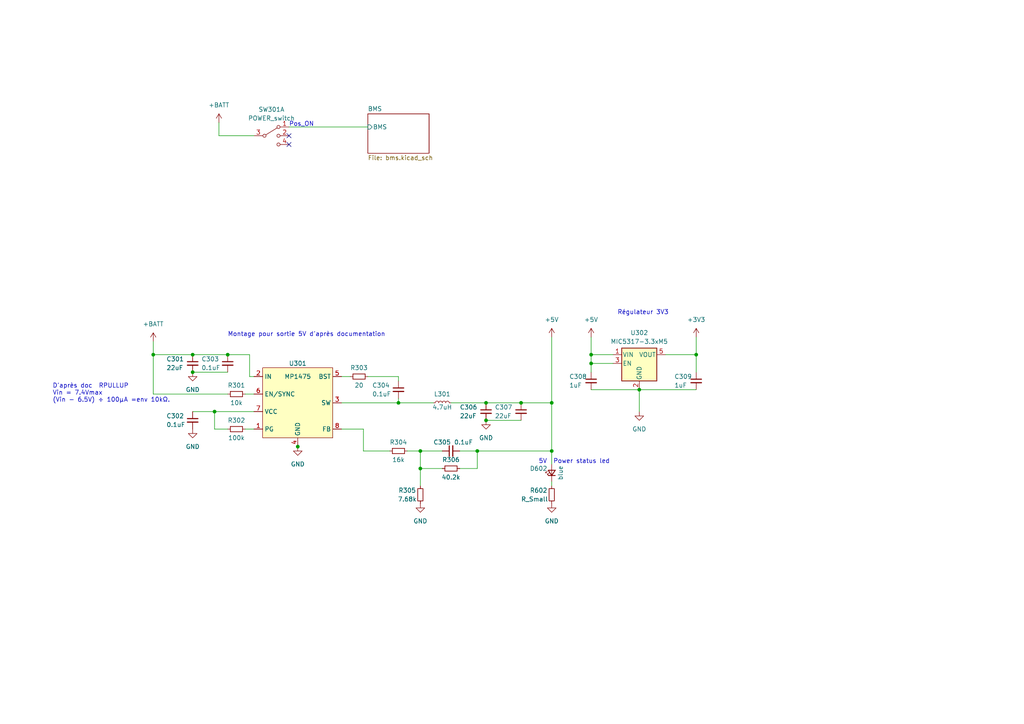
<source format=kicad_sch>
(kicad_sch (version 20230121) (generator eeschema)

  (uuid 7f11ace3-7a07-4d89-8c94-f20a2b4f1667)

  (paper "A4")

  (lib_symbols
    (symbol "Device:C_Small" (pin_numbers hide) (pin_names (offset 0.254) hide) (in_bom yes) (on_board yes)
      (property "Reference" "C" (at 0.254 1.778 0)
        (effects (font (size 1.27 1.27)) (justify left))
      )
      (property "Value" "C_Small" (at 0.254 -2.032 0)
        (effects (font (size 1.27 1.27)) (justify left))
      )
      (property "Footprint" "" (at 0 0 0)
        (effects (font (size 1.27 1.27)) hide)
      )
      (property "Datasheet" "~" (at 0 0 0)
        (effects (font (size 1.27 1.27)) hide)
      )
      (property "ki_keywords" "capacitor cap" (at 0 0 0)
        (effects (font (size 1.27 1.27)) hide)
      )
      (property "ki_description" "Unpolarized capacitor, small symbol" (at 0 0 0)
        (effects (font (size 1.27 1.27)) hide)
      )
      (property "ki_fp_filters" "C_*" (at 0 0 0)
        (effects (font (size 1.27 1.27)) hide)
      )
      (symbol "C_Small_0_1"
        (polyline
          (pts
            (xy -1.524 -0.508)
            (xy 1.524 -0.508)
          )
          (stroke (width 0.3302) (type default))
          (fill (type none))
        )
        (polyline
          (pts
            (xy -1.524 0.508)
            (xy 1.524 0.508)
          )
          (stroke (width 0.3048) (type default))
          (fill (type none))
        )
      )
      (symbol "C_Small_1_1"
        (pin passive line (at 0 2.54 270) (length 2.032)
          (name "~" (effects (font (size 1.27 1.27))))
          (number "1" (effects (font (size 1.27 1.27))))
        )
        (pin passive line (at 0 -2.54 90) (length 2.032)
          (name "~" (effects (font (size 1.27 1.27))))
          (number "2" (effects (font (size 1.27 1.27))))
        )
      )
    )
    (symbol "Device:LED_Small" (pin_numbers hide) (pin_names (offset 0.254) hide) (in_bom yes) (on_board yes)
      (property "Reference" "D" (at -1.27 3.175 0)
        (effects (font (size 1.27 1.27)) (justify left))
      )
      (property "Value" "LED_Small" (at -4.445 -2.54 0)
        (effects (font (size 1.27 1.27)) (justify left))
      )
      (property "Footprint" "" (at 0 0 90)
        (effects (font (size 1.27 1.27)) hide)
      )
      (property "Datasheet" "~" (at 0 0 90)
        (effects (font (size 1.27 1.27)) hide)
      )
      (property "ki_keywords" "LED diode light-emitting-diode" (at 0 0 0)
        (effects (font (size 1.27 1.27)) hide)
      )
      (property "ki_description" "Light emitting diode, small symbol" (at 0 0 0)
        (effects (font (size 1.27 1.27)) hide)
      )
      (property "ki_fp_filters" "LED* LED_SMD:* LED_THT:*" (at 0 0 0)
        (effects (font (size 1.27 1.27)) hide)
      )
      (symbol "LED_Small_0_1"
        (polyline
          (pts
            (xy -0.762 -1.016)
            (xy -0.762 1.016)
          )
          (stroke (width 0.254) (type default))
          (fill (type none))
        )
        (polyline
          (pts
            (xy 1.016 0)
            (xy -0.762 0)
          )
          (stroke (width 0) (type default))
          (fill (type none))
        )
        (polyline
          (pts
            (xy 0.762 -1.016)
            (xy -0.762 0)
            (xy 0.762 1.016)
            (xy 0.762 -1.016)
          )
          (stroke (width 0.254) (type default))
          (fill (type none))
        )
        (polyline
          (pts
            (xy 0 0.762)
            (xy -0.508 1.27)
            (xy -0.254 1.27)
            (xy -0.508 1.27)
            (xy -0.508 1.016)
          )
          (stroke (width 0) (type default))
          (fill (type none))
        )
        (polyline
          (pts
            (xy 0.508 1.27)
            (xy 0 1.778)
            (xy 0.254 1.778)
            (xy 0 1.778)
            (xy 0 1.524)
          )
          (stroke (width 0) (type default))
          (fill (type none))
        )
      )
      (symbol "LED_Small_1_1"
        (pin passive line (at -2.54 0 0) (length 1.778)
          (name "K" (effects (font (size 1.27 1.27))))
          (number "1" (effects (font (size 1.27 1.27))))
        )
        (pin passive line (at 2.54 0 180) (length 1.778)
          (name "A" (effects (font (size 1.27 1.27))))
          (number "2" (effects (font (size 1.27 1.27))))
        )
      )
    )
    (symbol "Device:L_Small" (pin_numbers hide) (pin_names (offset 0.254) hide) (in_bom yes) (on_board yes)
      (property "Reference" "L" (at 0.762 1.016 0)
        (effects (font (size 1.27 1.27)) (justify left))
      )
      (property "Value" "L_Small" (at 0.762 -1.016 0)
        (effects (font (size 1.27 1.27)) (justify left))
      )
      (property "Footprint" "" (at 0 0 0)
        (effects (font (size 1.27 1.27)) hide)
      )
      (property "Datasheet" "~" (at 0 0 0)
        (effects (font (size 1.27 1.27)) hide)
      )
      (property "ki_keywords" "inductor choke coil reactor magnetic" (at 0 0 0)
        (effects (font (size 1.27 1.27)) hide)
      )
      (property "ki_description" "Inductor, small symbol" (at 0 0 0)
        (effects (font (size 1.27 1.27)) hide)
      )
      (property "ki_fp_filters" "Choke_* *Coil* Inductor_* L_*" (at 0 0 0)
        (effects (font (size 1.27 1.27)) hide)
      )
      (symbol "L_Small_0_1"
        (arc (start 0 -2.032) (mid 0.5058 -1.524) (end 0 -1.016)
          (stroke (width 0) (type default))
          (fill (type none))
        )
        (arc (start 0 -1.016) (mid 0.5058 -0.508) (end 0 0)
          (stroke (width 0) (type default))
          (fill (type none))
        )
        (arc (start 0 0) (mid 0.5058 0.508) (end 0 1.016)
          (stroke (width 0) (type default))
          (fill (type none))
        )
        (arc (start 0 1.016) (mid 0.5058 1.524) (end 0 2.032)
          (stroke (width 0) (type default))
          (fill (type none))
        )
      )
      (symbol "L_Small_1_1"
        (pin passive line (at 0 2.54 270) (length 0.508)
          (name "~" (effects (font (size 1.27 1.27))))
          (number "1" (effects (font (size 1.27 1.27))))
        )
        (pin passive line (at 0 -2.54 90) (length 0.508)
          (name "~" (effects (font (size 1.27 1.27))))
          (number "2" (effects (font (size 1.27 1.27))))
        )
      )
    )
    (symbol "Device:R_Small" (pin_numbers hide) (pin_names (offset 0.254) hide) (in_bom yes) (on_board yes)
      (property "Reference" "R" (at 0.762 0.508 0)
        (effects (font (size 1.27 1.27)) (justify left))
      )
      (property "Value" "R_Small" (at 0.762 -1.016 0)
        (effects (font (size 1.27 1.27)) (justify left))
      )
      (property "Footprint" "" (at 0 0 0)
        (effects (font (size 1.27 1.27)) hide)
      )
      (property "Datasheet" "~" (at 0 0 0)
        (effects (font (size 1.27 1.27)) hide)
      )
      (property "ki_keywords" "R resistor" (at 0 0 0)
        (effects (font (size 1.27 1.27)) hide)
      )
      (property "ki_description" "Resistor, small symbol" (at 0 0 0)
        (effects (font (size 1.27 1.27)) hide)
      )
      (property "ki_fp_filters" "R_*" (at 0 0 0)
        (effects (font (size 1.27 1.27)) hide)
      )
      (symbol "R_Small_0_1"
        (rectangle (start -0.762 1.778) (end 0.762 -1.778)
          (stroke (width 0.2032) (type default))
          (fill (type none))
        )
      )
      (symbol "R_Small_1_1"
        (pin passive line (at 0 2.54 270) (length 0.762)
          (name "~" (effects (font (size 1.27 1.27))))
          (number "1" (effects (font (size 1.27 1.27))))
        )
        (pin passive line (at 0 -2.54 90) (length 0.762)
          (name "~" (effects (font (size 1.27 1.27))))
          (number "2" (effects (font (size 1.27 1.27))))
        )
      )
    )
    (symbol "Regulator_Linear:MIC5317-3.3xM5" (pin_names (offset 0.254)) (in_bom yes) (on_board yes)
      (property "Reference" "U" (at -6.35 6.35 0)
        (effects (font (size 1.27 1.27)))
      )
      (property "Value" "MIC5317-3.3xM5" (at 0 6.35 0)
        (effects (font (size 1.27 1.27)) (justify left))
      )
      (property "Footprint" "Package_TO_SOT_SMD:SOT-23-5" (at 0 8.89 0)
        (effects (font (size 1.27 1.27)) hide)
      )
      (property "Datasheet" "https://ww1.microchip.com/downloads/aemDocuments/documents/OTH/ProductDocuments/DataSheets/MIC5317-High-Performance-Single-150mA-LDO-DS20006195B.pdf" (at -7.62 20.32 0)
        (effects (font (size 1.27 1.27)) hide)
      )
      (property "ki_keywords" "LDO voltage regulator" (at 0 0 0)
        (effects (font (size 1.27 1.27)) hide)
      )
      (property "ki_description" "150mA Low-dropout Voltage Regulator, Vout 3.3V, Vin up to 6V, SOT23-5" (at 0 0 0)
        (effects (font (size 1.27 1.27)) hide)
      )
      (property "ki_fp_filters" "SOT?23*" (at 0 0 0)
        (effects (font (size 1.27 1.27)) hide)
      )
      (symbol "MIC5317-3.3xM5_0_1"
        (rectangle (start -5.08 4.445) (end 5.08 -5.08)
          (stroke (width 0.254) (type default))
          (fill (type background))
        )
      )
      (symbol "MIC5317-3.3xM5_1_1"
        (pin power_in line (at -7.62 2.54 0) (length 2.54)
          (name "VIN" (effects (font (size 1.27 1.27))))
          (number "1" (effects (font (size 1.27 1.27))))
        )
        (pin power_in line (at 0 -7.62 90) (length 2.54)
          (name "GND" (effects (font (size 1.27 1.27))))
          (number "2" (effects (font (size 1.27 1.27))))
        )
        (pin input line (at -7.62 0 0) (length 2.54)
          (name "EN" (effects (font (size 1.27 1.27))))
          (number "3" (effects (font (size 1.27 1.27))))
        )
        (pin no_connect line (at 5.08 0 180) (length 2.54) hide
          (name "NC" (effects (font (size 1.27 1.27))))
          (number "4" (effects (font (size 1.27 1.27))))
        )
        (pin power_out line (at 7.62 2.54 180) (length 2.54)
          (name "VOUT" (effects (font (size 1.27 1.27))))
          (number "5" (effects (font (size 1.27 1.27))))
        )
      )
    )
    (symbol "Switch:SW_DP3T" (pin_names (offset 0) hide) (in_bom yes) (on_board yes)
      (property "Reference" "SW" (at 0 5.08 0)
        (effects (font (size 1.27 1.27)))
      )
      (property "Value" "SW_DP3T" (at 0 -5.08 0)
        (effects (font (size 1.27 1.27)))
      )
      (property "Footprint" "" (at -15.875 4.445 0)
        (effects (font (size 1.27 1.27)) hide)
      )
      (property "Datasheet" "~" (at -15.875 4.445 0)
        (effects (font (size 1.27 1.27)) hide)
      )
      (property "ki_keywords" "switch dp3t ON-ON-ON" (at 0 0 0)
        (effects (font (size 1.27 1.27)) hide)
      )
      (property "ki_description" "Switch, three position, dual pole triple throw, 3 position switch, SP3T" (at 0 0 0)
        (effects (font (size 1.27 1.27)) hide)
      )
      (property "ki_fp_filters" "SW* DP3T*" (at 0 0 0)
        (effects (font (size 1.27 1.27)) hide)
      )
      (symbol "SW_DP3T_0_1"
        (circle (center -2.032 0) (radius 0.4572)
          (stroke (width 0) (type default))
          (fill (type none))
        )
        (polyline
          (pts
            (xy -1.651 0.254)
            (xy 1.651 2.286)
          )
          (stroke (width 0) (type default))
          (fill (type none))
        )
        (circle (center 2.032 -2.54) (radius 0.4572)
          (stroke (width 0) (type default))
          (fill (type none))
        )
        (circle (center 2.032 0) (radius 0.4572)
          (stroke (width 0) (type default))
          (fill (type none))
        )
        (circle (center 2.032 2.54) (radius 0.4572)
          (stroke (width 0) (type default))
          (fill (type none))
        )
      )
      (symbol "SW_DP3T_1_1"
        (pin passive line (at 5.08 2.54 180) (length 2.54)
          (name "1" (effects (font (size 1.27 1.27))))
          (number "1" (effects (font (size 1.27 1.27))))
        )
        (pin passive line (at 5.08 0 180) (length 2.54)
          (name "2" (effects (font (size 1.27 1.27))))
          (number "2" (effects (font (size 1.27 1.27))))
        )
        (pin passive line (at -5.08 0 0) (length 2.54)
          (name "3" (effects (font (size 1.27 1.27))))
          (number "3" (effects (font (size 1.27 1.27))))
        )
        (pin passive line (at 5.08 -2.54 180) (length 2.54)
          (name "4" (effects (font (size 1.27 1.27))))
          (number "4" (effects (font (size 1.27 1.27))))
        )
      )
      (symbol "SW_DP3T_2_1"
        (pin passive line (at 5.08 2.54 180) (length 2.54)
          (name "5" (effects (font (size 1.27 1.27))))
          (number "5" (effects (font (size 1.27 1.27))))
        )
        (pin passive line (at 5.08 0 180) (length 2.54)
          (name "6" (effects (font (size 1.27 1.27))))
          (number "6" (effects (font (size 1.27 1.27))))
        )
        (pin passive line (at -5.08 0 0) (length 2.54)
          (name "7" (effects (font (size 1.27 1.27))))
          (number "7" (effects (font (size 1.27 1.27))))
        )
        (pin passive line (at 5.08 -2.54 180) (length 2.54)
          (name "8" (effects (font (size 1.27 1.27))))
          (number "8" (effects (font (size 1.27 1.27))))
        )
      )
    )
    (symbol "composants_chat_souris:MP1465" (in_bom yes) (on_board yes)
      (property "Reference" "U301" (at 0 11.43 0)
        (effects (font (size 1.27 1.27)))
      )
      (property "Value" "MP1475" (at 0 7.62 0)
        (effects (font (size 1.27 1.27)))
      )
      (property "Footprint" "Package_TO_SOT_SMD:SOT-23-8" (at 0 19.05 0)
        (effects (font (size 1.27 1.27)) hide)
      )
      (property "Datasheet" "https://www.farnell.com/datasheets/2915024.pdf" (at 1.27 16.51 0)
        (effects (font (size 1.27 1.27)) hide)
      )
      (symbol "MP1465_1_1"
        (rectangle (start -10.16 10.16) (end 10.16 -10.16)
          (stroke (width 0) (type default))
          (fill (type background))
        )
        (pin bidirectional line (at -12.7 -7.62 0) (length 2.54)
          (name "PG" (effects (font (size 1.27 1.27))))
          (number "1" (effects (font (size 1.27 1.27))))
        )
        (pin bidirectional line (at -12.7 7.62 0) (length 2.54)
          (name "IN" (effects (font (size 1.27 1.27))))
          (number "2" (effects (font (size 1.27 1.27))))
        )
        (pin bidirectional line (at 12.7 0 180) (length 2.54)
          (name "SW" (effects (font (size 1.27 1.27))))
          (number "3" (effects (font (size 1.27 1.27))))
        )
        (pin power_in line (at 0 -12.7 90) (length 2.54)
          (name "GND" (effects (font (size 1.27 1.27))))
          (number "4" (effects (font (size 1.27 1.27))))
        )
        (pin bidirectional line (at 12.7 7.62 180) (length 2.54)
          (name "BST" (effects (font (size 1.27 1.27))))
          (number "5" (effects (font (size 1.27 1.27))))
        )
        (pin bidirectional line (at -12.7 2.54 0) (length 2.54)
          (name "EN/SYNC" (effects (font (size 1.27 1.27))))
          (number "6" (effects (font (size 1.27 1.27))))
        )
        (pin bidirectional line (at -12.7 -2.54 0) (length 2.54)
          (name "VCC" (effects (font (size 1.27 1.27))))
          (number "7" (effects (font (size 1.27 1.27))))
        )
        (pin bidirectional line (at 12.7 -7.62 180) (length 2.54)
          (name "FB" (effects (font (size 1.27 1.27))))
          (number "8" (effects (font (size 1.27 1.27))))
        )
      )
    )
    (symbol "power:+3V3" (power) (pin_names (offset 0)) (in_bom yes) (on_board yes)
      (property "Reference" "#PWR" (at 0 -3.81 0)
        (effects (font (size 1.27 1.27)) hide)
      )
      (property "Value" "+3V3" (at 0 3.556 0)
        (effects (font (size 1.27 1.27)))
      )
      (property "Footprint" "" (at 0 0 0)
        (effects (font (size 1.27 1.27)) hide)
      )
      (property "Datasheet" "" (at 0 0 0)
        (effects (font (size 1.27 1.27)) hide)
      )
      (property "ki_keywords" "global power" (at 0 0 0)
        (effects (font (size 1.27 1.27)) hide)
      )
      (property "ki_description" "Power symbol creates a global label with name \"+3V3\"" (at 0 0 0)
        (effects (font (size 1.27 1.27)) hide)
      )
      (symbol "+3V3_0_1"
        (polyline
          (pts
            (xy -0.762 1.27)
            (xy 0 2.54)
          )
          (stroke (width 0) (type default))
          (fill (type none))
        )
        (polyline
          (pts
            (xy 0 0)
            (xy 0 2.54)
          )
          (stroke (width 0) (type default))
          (fill (type none))
        )
        (polyline
          (pts
            (xy 0 2.54)
            (xy 0.762 1.27)
          )
          (stroke (width 0) (type default))
          (fill (type none))
        )
      )
      (symbol "+3V3_1_1"
        (pin power_in line (at 0 0 90) (length 0) hide
          (name "+3V3" (effects (font (size 1.27 1.27))))
          (number "1" (effects (font (size 1.27 1.27))))
        )
      )
    )
    (symbol "power:+5V" (power) (pin_names (offset 0)) (in_bom yes) (on_board yes)
      (property "Reference" "#PWR" (at 0 -3.81 0)
        (effects (font (size 1.27 1.27)) hide)
      )
      (property "Value" "+5V" (at 0 3.556 0)
        (effects (font (size 1.27 1.27)))
      )
      (property "Footprint" "" (at 0 0 0)
        (effects (font (size 1.27 1.27)) hide)
      )
      (property "Datasheet" "" (at 0 0 0)
        (effects (font (size 1.27 1.27)) hide)
      )
      (property "ki_keywords" "global power" (at 0 0 0)
        (effects (font (size 1.27 1.27)) hide)
      )
      (property "ki_description" "Power symbol creates a global label with name \"+5V\"" (at 0 0 0)
        (effects (font (size 1.27 1.27)) hide)
      )
      (symbol "+5V_0_1"
        (polyline
          (pts
            (xy -0.762 1.27)
            (xy 0 2.54)
          )
          (stroke (width 0) (type default))
          (fill (type none))
        )
        (polyline
          (pts
            (xy 0 0)
            (xy 0 2.54)
          )
          (stroke (width 0) (type default))
          (fill (type none))
        )
        (polyline
          (pts
            (xy 0 2.54)
            (xy 0.762 1.27)
          )
          (stroke (width 0) (type default))
          (fill (type none))
        )
      )
      (symbol "+5V_1_1"
        (pin power_in line (at 0 0 90) (length 0) hide
          (name "+5V" (effects (font (size 1.27 1.27))))
          (number "1" (effects (font (size 1.27 1.27))))
        )
      )
    )
    (symbol "power:+BATT" (power) (pin_names (offset 0)) (in_bom yes) (on_board yes)
      (property "Reference" "#PWR" (at 0 -3.81 0)
        (effects (font (size 1.27 1.27)) hide)
      )
      (property "Value" "+BATT" (at 0 3.556 0)
        (effects (font (size 1.27 1.27)))
      )
      (property "Footprint" "" (at 0 0 0)
        (effects (font (size 1.27 1.27)) hide)
      )
      (property "Datasheet" "" (at 0 0 0)
        (effects (font (size 1.27 1.27)) hide)
      )
      (property "ki_keywords" "global power battery" (at 0 0 0)
        (effects (font (size 1.27 1.27)) hide)
      )
      (property "ki_description" "Power symbol creates a global label with name \"+BATT\"" (at 0 0 0)
        (effects (font (size 1.27 1.27)) hide)
      )
      (symbol "+BATT_0_1"
        (polyline
          (pts
            (xy -0.762 1.27)
            (xy 0 2.54)
          )
          (stroke (width 0) (type default))
          (fill (type none))
        )
        (polyline
          (pts
            (xy 0 0)
            (xy 0 2.54)
          )
          (stroke (width 0) (type default))
          (fill (type none))
        )
        (polyline
          (pts
            (xy 0 2.54)
            (xy 0.762 1.27)
          )
          (stroke (width 0) (type default))
          (fill (type none))
        )
      )
      (symbol "+BATT_1_1"
        (pin power_in line (at 0 0 90) (length 0) hide
          (name "+BATT" (effects (font (size 1.27 1.27))))
          (number "1" (effects (font (size 1.27 1.27))))
        )
      )
    )
    (symbol "power:GND" (power) (pin_names (offset 0)) (in_bom yes) (on_board yes)
      (property "Reference" "#PWR" (at 0 -6.35 0)
        (effects (font (size 1.27 1.27)) hide)
      )
      (property "Value" "GND" (at 0 -3.81 0)
        (effects (font (size 1.27 1.27)))
      )
      (property "Footprint" "" (at 0 0 0)
        (effects (font (size 1.27 1.27)) hide)
      )
      (property "Datasheet" "" (at 0 0 0)
        (effects (font (size 1.27 1.27)) hide)
      )
      (property "ki_keywords" "global power" (at 0 0 0)
        (effects (font (size 1.27 1.27)) hide)
      )
      (property "ki_description" "Power symbol creates a global label with name \"GND\" , ground" (at 0 0 0)
        (effects (font (size 1.27 1.27)) hide)
      )
      (symbol "GND_0_1"
        (polyline
          (pts
            (xy 0 0)
            (xy 0 -1.27)
            (xy 1.27 -1.27)
            (xy 0 -2.54)
            (xy -1.27 -1.27)
            (xy 0 -1.27)
          )
          (stroke (width 0) (type default))
          (fill (type none))
        )
      )
      (symbol "GND_1_1"
        (pin power_in line (at 0 0 270) (length 0) hide
          (name "GND" (effects (font (size 1.27 1.27))))
          (number "1" (effects (font (size 1.27 1.27))))
        )
      )
    )
  )

  (junction (at 44.45 102.87) (diameter 0) (color 0 0 0 0)
    (uuid 000106d2-2711-459d-9ec4-6ac064b70d4b)
  )
  (junction (at 66.04 102.87) (diameter 0) (color 0 0 0 0)
    (uuid 01a5b1ab-099a-4c12-8c55-bc8208dacd50)
  )
  (junction (at 121.92 135.89) (diameter 0) (color 0 0 0 0)
    (uuid 02d21b6a-1f9d-419e-9197-8cda92e9c583)
  )
  (junction (at 138.43 130.81) (diameter 0) (color 0 0 0 0)
    (uuid 0b1fb562-50a0-48d9-ab31-d96f1b80d332)
  )
  (junction (at 171.45 105.41) (diameter 0) (color 0 0 0 0)
    (uuid 0d8d6910-b692-4b51-a565-15ca7adb7af1)
  )
  (junction (at 86.36 129.54) (diameter 0) (color 0 0 0 0)
    (uuid 0ea95be5-13e1-494c-a8ef-830e0621ba69)
  )
  (junction (at 62.23 119.38) (diameter 0) (color 0 0 0 0)
    (uuid 27308d08-07f2-43d8-bb57-688fac0fc96c)
  )
  (junction (at 121.92 130.81) (diameter 0) (color 0 0 0 0)
    (uuid 3ef6f4d3-7865-40f7-8973-d30ea660eccd)
  )
  (junction (at 115.57 116.84) (diameter 0) (color 0 0 0 0)
    (uuid 50c53527-659d-48b8-b3fb-a891c0ef5877)
  )
  (junction (at 55.88 102.87) (diameter 0) (color 0 0 0 0)
    (uuid 623c7da4-3dfd-4088-bc71-c9fa5633ba67)
  )
  (junction (at 151.13 116.84) (diameter 0) (color 0 0 0 0)
    (uuid 7445af6c-4f41-4be2-a9c2-dfbd95d8c212)
  )
  (junction (at 55.88 107.95) (diameter 0) (color 0 0 0 0)
    (uuid 7c94e32c-621a-4c98-afe3-86d0b57014ff)
  )
  (junction (at 140.97 121.92) (diameter 0) (color 0 0 0 0)
    (uuid 7d05eec5-ab65-465b-8c1c-ecb7d9382436)
  )
  (junction (at 171.45 102.87) (diameter 0) (color 0 0 0 0)
    (uuid 80cc2c96-62d2-4ed0-892c-503ae5e285e5)
  )
  (junction (at 185.42 113.03) (diameter 0) (color 0 0 0 0)
    (uuid 85bb530a-229a-4385-bcd5-6c8d15b8f89c)
  )
  (junction (at 140.97 116.84) (diameter 0) (color 0 0 0 0)
    (uuid 9ea3f1fd-aff4-4ebe-bfa6-66a300b9ca42)
  )
  (junction (at 160.02 130.81) (diameter 0) (color 0 0 0 0)
    (uuid cd84d2ed-1df4-4258-a36b-890a3d940c82)
  )
  (junction (at 201.93 102.87) (diameter 0) (color 0 0 0 0)
    (uuid e346c729-f092-4aaf-85ba-bf7189549c1b)
  )
  (junction (at 160.02 116.84) (diameter 0) (color 0 0 0 0)
    (uuid fb5e546e-6002-4b71-ad7a-1245c39cc976)
  )

  (no_connect (at 83.82 39.37) (uuid 62fad06d-ecca-4705-b321-cdeb71ea2803))
  (no_connect (at 83.82 41.91) (uuid 7b91d6c6-ff8c-4677-b941-e0e671cf7fd7))

  (wire (pts (xy 121.92 135.89) (xy 121.92 140.97))
    (stroke (width 0) (type default))
    (uuid 00a96894-ad03-466c-9647-9d89becb0360)
  )
  (wire (pts (xy 44.45 114.3) (xy 66.04 114.3))
    (stroke (width 0) (type default))
    (uuid 08c372a3-29d2-42f6-ad3c-0fa76413ccd5)
  )
  (wire (pts (xy 62.23 119.38) (xy 73.66 119.38))
    (stroke (width 0) (type default))
    (uuid 0f6cee25-7ebe-4be8-bcda-a5c11ac07323)
  )
  (wire (pts (xy 138.43 130.81) (xy 160.02 130.81))
    (stroke (width 0) (type default))
    (uuid 139a7b01-e2e9-4dac-8418-6cf1c871768d)
  )
  (wire (pts (xy 138.43 130.81) (xy 138.43 135.89))
    (stroke (width 0) (type default))
    (uuid 1485a97b-142d-484f-afff-99ac5da7a90e)
  )
  (wire (pts (xy 99.06 116.84) (xy 115.57 116.84))
    (stroke (width 0) (type default))
    (uuid 22dcff40-20e8-469f-a492-6bc9c8f7c9a5)
  )
  (wire (pts (xy 201.93 102.87) (xy 201.93 107.95))
    (stroke (width 0) (type default))
    (uuid 282a6d35-39d8-4c80-8b68-95b68c3d593f)
  )
  (wire (pts (xy 44.45 114.3) (xy 44.45 102.87))
    (stroke (width 0) (type default))
    (uuid 29571c56-57aa-439c-8f72-0a3f640587d7)
  )
  (wire (pts (xy 171.45 102.87) (xy 171.45 97.79))
    (stroke (width 0) (type default))
    (uuid 2d38da61-f1f1-41e8-90d4-abcaaec762d2)
  )
  (wire (pts (xy 73.66 39.37) (xy 63.5 39.37))
    (stroke (width 0) (type default))
    (uuid 2f33360c-2b41-47e3-b12e-b9bb33769afe)
  )
  (wire (pts (xy 151.13 116.84) (xy 160.02 116.84))
    (stroke (width 0) (type default))
    (uuid 370daf85-1fda-4086-9be6-541e52282931)
  )
  (wire (pts (xy 66.04 102.87) (xy 72.39 102.87))
    (stroke (width 0) (type default))
    (uuid 385bdab9-f6a5-4ccc-86e9-101c02df6627)
  )
  (wire (pts (xy 185.42 113.03) (xy 185.42 119.38))
    (stroke (width 0) (type default))
    (uuid 38ed1fd2-82fb-4587-b948-a0fb7a015acb)
  )
  (wire (pts (xy 72.39 109.22) (xy 72.39 102.87))
    (stroke (width 0) (type default))
    (uuid 390acdd4-1d22-44ec-bdc2-21783c1ebee1)
  )
  (wire (pts (xy 171.45 102.87) (xy 171.45 105.41))
    (stroke (width 0) (type default))
    (uuid 3ade877d-376f-49c9-b04c-ef60f6f4b7aa)
  )
  (wire (pts (xy 201.93 97.79) (xy 201.93 102.87))
    (stroke (width 0) (type default))
    (uuid 3c324ea4-3ad1-41a2-b8a7-f60ad3d151c6)
  )
  (wire (pts (xy 86.36 128.27) (xy 86.36 129.54))
    (stroke (width 0) (type default))
    (uuid 3f9a8a8c-1564-493c-b5ae-8e8cf06db059)
  )
  (wire (pts (xy 71.12 114.3) (xy 73.66 114.3))
    (stroke (width 0) (type default))
    (uuid 42b7fb71-b91f-493e-9c75-9acb0e2e03bc)
  )
  (wire (pts (xy 160.02 130.81) (xy 160.02 116.84))
    (stroke (width 0) (type default))
    (uuid 42d621b6-9b3b-4bf8-865b-0cdb6f26e745)
  )
  (wire (pts (xy 121.92 135.89) (xy 128.27 135.89))
    (stroke (width 0) (type default))
    (uuid 4331e5a0-d439-4ead-802f-060ccb914868)
  )
  (wire (pts (xy 106.68 109.22) (xy 115.57 109.22))
    (stroke (width 0) (type default))
    (uuid 4519703f-6eed-4489-a803-c0781bdce0d3)
  )
  (wire (pts (xy 115.57 109.22) (xy 115.57 110.49))
    (stroke (width 0) (type default))
    (uuid 4965b1ca-11d2-4575-9936-d9973e9e5532)
  )
  (wire (pts (xy 201.93 102.87) (xy 193.04 102.87))
    (stroke (width 0) (type default))
    (uuid 4eebe7e9-28de-4f0d-8ff4-79c985cd69bc)
  )
  (wire (pts (xy 160.02 130.81) (xy 160.02 134.62))
    (stroke (width 0) (type default))
    (uuid 51c77e5c-9cbf-4c6f-b49f-d63f259abe1d)
  )
  (wire (pts (xy 83.82 36.83) (xy 106.68 36.83))
    (stroke (width 0) (type default))
    (uuid 5a34931a-09d7-4ce8-8c0b-c5f784e3a280)
  )
  (wire (pts (xy 160.02 116.84) (xy 160.02 97.79))
    (stroke (width 0) (type default))
    (uuid 5b9fa31d-529b-44ff-8aa8-0014b17c362d)
  )
  (wire (pts (xy 55.88 119.38) (xy 62.23 119.38))
    (stroke (width 0) (type default))
    (uuid 5f12bafc-5167-4110-bf20-cf9f92a87764)
  )
  (wire (pts (xy 115.57 115.57) (xy 115.57 116.84))
    (stroke (width 0) (type default))
    (uuid 632a4e0e-4098-4c7e-af8d-d6b3f423aff7)
  )
  (wire (pts (xy 55.88 107.95) (xy 66.04 107.95))
    (stroke (width 0) (type default))
    (uuid 67b4d3f7-7dfa-4c21-b7d7-7e7e88c0c08c)
  )
  (wire (pts (xy 177.8 105.41) (xy 171.45 105.41))
    (stroke (width 0) (type default))
    (uuid 68fc7d7d-61b0-48b2-aba0-f24597e5168d)
  )
  (wire (pts (xy 140.97 116.84) (xy 151.13 116.84))
    (stroke (width 0) (type default))
    (uuid 6bad7d98-694a-4df5-8a69-a9f15ac1a939)
  )
  (wire (pts (xy 160.02 140.97) (xy 160.02 139.7))
    (stroke (width 0) (type default))
    (uuid 7b034a10-edc8-401b-aa98-be0f0c6cf386)
  )
  (wire (pts (xy 121.92 130.81) (xy 121.92 135.89))
    (stroke (width 0) (type default))
    (uuid 817746f7-1e6f-465e-afdc-912eea3b4740)
  )
  (wire (pts (xy 63.5 39.37) (xy 63.5 35.56))
    (stroke (width 0) (type default))
    (uuid 8c6fa42d-40ba-40a1-98b2-c848ae51ca76)
  )
  (wire (pts (xy 71.12 124.46) (xy 73.66 124.46))
    (stroke (width 0) (type default))
    (uuid 99a6707b-de8f-4d41-8377-bb499e4034f3)
  )
  (wire (pts (xy 99.06 109.22) (xy 101.6 109.22))
    (stroke (width 0) (type default))
    (uuid a2e026b7-3f7e-4dfa-aa76-7a070c7ed8fa)
  )
  (wire (pts (xy 130.81 116.84) (xy 140.97 116.84))
    (stroke (width 0) (type default))
    (uuid a72bab98-56a0-4b83-96de-86ee611a5e1c)
  )
  (wire (pts (xy 138.43 135.89) (xy 133.35 135.89))
    (stroke (width 0) (type default))
    (uuid a9b817bb-6fa8-4765-8e08-53b847a33dbe)
  )
  (wire (pts (xy 62.23 124.46) (xy 62.23 119.38))
    (stroke (width 0) (type default))
    (uuid aa731d5c-8458-44fd-97d9-10df5cf09731)
  )
  (wire (pts (xy 62.23 124.46) (xy 66.04 124.46))
    (stroke (width 0) (type default))
    (uuid aaa4d3e4-c39f-4854-afeb-6bfcc7c4d675)
  )
  (wire (pts (xy 105.41 130.81) (xy 105.41 124.46))
    (stroke (width 0) (type default))
    (uuid ab7abc6f-82bc-4c7b-a085-ac5fa1f84358)
  )
  (wire (pts (xy 105.41 130.81) (xy 113.03 130.81))
    (stroke (width 0) (type default))
    (uuid b205bbca-d462-46fb-bf1b-63be7d26cfac)
  )
  (wire (pts (xy 55.88 102.87) (xy 66.04 102.87))
    (stroke (width 0) (type default))
    (uuid b9ebedc9-73e3-423f-8ed9-61b0f9cd6723)
  )
  (wire (pts (xy 128.27 130.81) (xy 121.92 130.81))
    (stroke (width 0) (type default))
    (uuid c4c8e47d-1e28-469d-b4cd-c0db2ef3cd8f)
  )
  (wire (pts (xy 105.41 124.46) (xy 99.06 124.46))
    (stroke (width 0) (type default))
    (uuid d0b72bf1-f211-4072-8108-c516a3cd9351)
  )
  (wire (pts (xy 115.57 116.84) (xy 125.73 116.84))
    (stroke (width 0) (type default))
    (uuid d214452d-082a-4642-99a1-2d8992de15b7)
  )
  (wire (pts (xy 171.45 113.03) (xy 185.42 113.03))
    (stroke (width 0) (type default))
    (uuid d2db4748-0d54-44da-b567-b9bc16731f73)
  )
  (wire (pts (xy 118.11 130.81) (xy 121.92 130.81))
    (stroke (width 0) (type default))
    (uuid df7c5b51-7b5f-4150-90ea-2be71a0294b4)
  )
  (wire (pts (xy 133.35 130.81) (xy 138.43 130.81))
    (stroke (width 0) (type default))
    (uuid e3a9ade9-328f-4f85-bf1e-beaaf9822630)
  )
  (wire (pts (xy 171.45 105.41) (xy 171.45 107.95))
    (stroke (width 0) (type default))
    (uuid e5dd2e25-c988-4f5e-89f7-58451e1ac6df)
  )
  (wire (pts (xy 185.42 113.03) (xy 201.93 113.03))
    (stroke (width 0) (type default))
    (uuid e729f502-922c-4eca-bbd6-b34928fc1ec1)
  )
  (wire (pts (xy 44.45 102.87) (xy 55.88 102.87))
    (stroke (width 0) (type default))
    (uuid e990ceca-e1b0-47b3-bb77-64b842589057)
  )
  (wire (pts (xy 72.39 109.22) (xy 73.66 109.22))
    (stroke (width 0) (type default))
    (uuid f10dafae-4ab2-43de-a65c-51c18176a220)
  )
  (wire (pts (xy 44.45 99.06) (xy 44.45 102.87))
    (stroke (width 0) (type default))
    (uuid f39dea7f-c612-4e48-991e-5fa932f59e81)
  )
  (wire (pts (xy 177.8 102.87) (xy 171.45 102.87))
    (stroke (width 0) (type default))
    (uuid f90ca3a9-6a80-4d33-b052-7f39cd840085)
  )
  (wire (pts (xy 140.97 121.92) (xy 151.13 121.92))
    (stroke (width 0) (type default))
    (uuid f9406b0b-9f65-4cce-b178-64e3f5924f2f)
  )

  (text "D'après doc  RPULLUP \nVin = 7.4Vmax\n(Vin - 6.5V) ÷ 100µA =env 10kΩ. "
    (at 15.24 116.84 0)
    (effects (font (size 1.27 1.27)) (justify left bottom))
    (uuid 3a0bab11-2273-40a5-8cc4-4a322b5c4e34)
  )
  (text "Pos_ON" (at 83.82 36.83 0)
    (effects (font (size 1.27 1.27)) (justify left bottom))
    (uuid 77eb57ca-9fee-4ca0-91f5-4426eeb5d5fc)
  )
  (text "Montage pour sortie 5V d'après documentation\n" (at 66.04 97.79 0)
    (effects (font (size 1.27 1.27)) (justify left bottom))
    (uuid 9651e54c-9a4d-4906-bb3c-a5097cbd645f)
  )
  (text "Régulateur 3V3" (at 179.07 91.44 0)
    (effects (font (size 1.27 1.27)) (justify left bottom))
    (uuid d6088f81-d718-47f9-8aa4-13ebcc8c1bbf)
  )
  (text "5V  Power status led\n" (at 156.21 134.62 0)
    (effects (font (size 1.27 1.27)) (justify left bottom))
    (uuid f0ac8e31-2c2b-4ced-9377-845006e136bb)
  )

  (symbol (lib_id "composants_chat_souris:MP1465") (at 86.36 116.84 0) (unit 1)
    (in_bom yes) (on_board yes) (dnp no)
    (uuid 0501116a-8c7b-49c8-a92f-69d295af334c)
    (property "Reference" "U301" (at 86.36 105.41 0)
      (effects (font (size 1.27 1.27)))
    )
    (property "Value" "MP1475" (at 86.36 109.22 0)
      (effects (font (size 1.27 1.27)))
    )
    (property "Footprint" "Package_TO_SOT_SMD:SOT-23-8" (at 86.36 97.79 0)
      (effects (font (size 1.27 1.27)) hide)
    )
    (property "Datasheet" "https://www.farnell.com/datasheets/2915024.pdf" (at 87.63 100.33 0)
      (effects (font (size 1.27 1.27)) hide)
    )
    (pin "1" (uuid 7d055df6-9b4a-4abd-8b32-db2bba5424b9))
    (pin "2" (uuid b7a4398f-b804-4a1d-89f0-7b7a8b5791ca))
    (pin "3" (uuid d7e73197-efce-4ed7-8e53-9ca12b332223))
    (pin "4" (uuid 13ab9189-ac27-4359-be9d-68b072a050ba))
    (pin "5" (uuid a6f0e04b-17fd-48ad-b296-25f58daa820f))
    (pin "6" (uuid 59a7b72a-68ff-4b65-960c-9b6cb8f9f092))
    (pin "7" (uuid 59ab640b-b306-43bd-b46e-d49bfff11af2))
    (pin "8" (uuid 04ad619a-3cc4-4450-94a0-b8f629c43d50))
    (instances
      (project "kicad_chat-souris"
        (path "/b1ddc66d-dbe7-4cff-b97f-1f0ce7ceeee4/6a44a42c-5fbe-4248-b986-7ff99c499b51"
          (reference "U301") (unit 1)
        )
      )
    )
  )

  (symbol (lib_id "Switch:SW_DP3T") (at 78.74 39.37 0) (unit 1)
    (in_bom yes) (on_board yes) (dnp no) (fields_autoplaced)
    (uuid 06d045e7-c438-4f9f-9501-c02db3afdfef)
    (property "Reference" "SW301" (at 78.74 31.75 0)
      (effects (font (size 1.27 1.27)))
    )
    (property "Value" "POWER_switch" (at 78.74 34.29 0)
      (effects (font (size 1.27 1.27)))
    )
    (property "Footprint" "" (at 62.865 34.925 0)
      (effects (font (size 1.27 1.27)) hide)
    )
    (property "Datasheet" "~" (at 62.865 34.925 0)
      (effects (font (size 1.27 1.27)) hide)
    )
    (pin "1" (uuid 89a62a0f-fd77-456f-acf1-4d4c2ac62d19))
    (pin "2" (uuid 27087bea-82c3-410d-b23d-e0bc2d1a1c50))
    (pin "3" (uuid b03f819f-6b45-489f-af22-c2f2b13bd48e))
    (pin "4" (uuid 3bb3d5f8-b33a-4b56-bd76-6439d2a17764))
    (pin "5" (uuid fe902ad9-8d33-47bf-8978-fb8e47f7f46f))
    (pin "6" (uuid 07483442-a8dc-4743-8330-ea9e001cec96))
    (pin "7" (uuid 6580e5b1-8766-4b31-abcf-ba0f6167c832))
    (pin "8" (uuid aaa8e5f1-8ba7-4d56-8830-70ea601012ac))
    (instances
      (project "kicad_chat-souris"
        (path "/b1ddc66d-dbe7-4cff-b97f-1f0ce7ceeee4/6a44a42c-5fbe-4248-b986-7ff99c499b51"
          (reference "SW301") (unit 1)
        )
      )
    )
  )

  (symbol (lib_id "Device:C_Small") (at 130.81 130.81 90) (unit 1)
    (in_bom yes) (on_board yes) (dnp no)
    (uuid 19990048-8e03-48ca-a2c2-40b183ce154f)
    (property "Reference" "C305" (at 130.81 128.27 90)
      (effects (font (size 1.27 1.27)) (justify left))
    )
    (property "Value" "0.1uF" (at 137.16 128.27 90)
      (effects (font (size 1.27 1.27)) (justify left))
    )
    (property "Footprint" "" (at 130.81 130.81 0)
      (effects (font (size 1.27 1.27)) hide)
    )
    (property "Datasheet" "~" (at 130.81 130.81 0)
      (effects (font (size 1.27 1.27)) hide)
    )
    (pin "1" (uuid cf50814b-0990-4e07-8ec7-4253c3e9eb98))
    (pin "2" (uuid 1f71c0ed-cd53-4f48-822a-132f0d921124))
    (instances
      (project "kicad_chat-souris"
        (path "/b1ddc66d-dbe7-4cff-b97f-1f0ce7ceeee4/6a44a42c-5fbe-4248-b986-7ff99c499b51"
          (reference "C305") (unit 1)
        )
      )
    )
  )

  (symbol (lib_id "Device:C_Small") (at 115.57 113.03 0) (unit 1)
    (in_bom yes) (on_board yes) (dnp no)
    (uuid 23543b38-a964-4540-afc7-e8b35973dbfc)
    (property "Reference" "C304" (at 107.95 111.76 0)
      (effects (font (size 1.27 1.27)) (justify left))
    )
    (property "Value" "0.1uF" (at 107.95 114.3 0)
      (effects (font (size 1.27 1.27)) (justify left))
    )
    (property "Footprint" "" (at 115.57 113.03 0)
      (effects (font (size 1.27 1.27)) hide)
    )
    (property "Datasheet" "~" (at 115.57 113.03 0)
      (effects (font (size 1.27 1.27)) hide)
    )
    (pin "1" (uuid 54b5f92e-64d4-4600-9010-04fe6beccfd4))
    (pin "2" (uuid fe4fc84d-09a2-4160-96f7-7fcdb0b2636d))
    (instances
      (project "kicad_chat-souris"
        (path "/b1ddc66d-dbe7-4cff-b97f-1f0ce7ceeee4/6a44a42c-5fbe-4248-b986-7ff99c499b51"
          (reference "C304") (unit 1)
        )
      )
    )
  )

  (symbol (lib_id "Device:C_Small") (at 55.88 105.41 0) (unit 1)
    (in_bom yes) (on_board yes) (dnp no)
    (uuid 241ea4b7-e8fd-4715-b9c5-2d154369e4ae)
    (property "Reference" "C301" (at 48.26 104.14 0)
      (effects (font (size 1.27 1.27)) (justify left))
    )
    (property "Value" "22uF" (at 48.26 106.68 0)
      (effects (font (size 1.27 1.27)) (justify left))
    )
    (property "Footprint" "" (at 55.88 105.41 0)
      (effects (font (size 1.27 1.27)) hide)
    )
    (property "Datasheet" "~" (at 55.88 105.41 0)
      (effects (font (size 1.27 1.27)) hide)
    )
    (pin "1" (uuid 889307a2-72a1-4d61-8fcc-7c4d3d1871f6))
    (pin "2" (uuid 124f98a2-a3f7-42f0-bd33-85d4fcdf8575))
    (instances
      (project "kicad_chat-souris"
        (path "/b1ddc66d-dbe7-4cff-b97f-1f0ce7ceeee4/6a44a42c-5fbe-4248-b986-7ff99c499b51"
          (reference "C301") (unit 1)
        )
      )
    )
  )

  (symbol (lib_id "power:+BATT") (at 44.45 99.06 0) (unit 1)
    (in_bom yes) (on_board yes) (dnp no) (fields_autoplaced)
    (uuid 282a81c3-1009-41b8-9b7d-a442a015d496)
    (property "Reference" "#PWR0301" (at 44.45 102.87 0)
      (effects (font (size 1.27 1.27)) hide)
    )
    (property "Value" "+BATT" (at 44.45 93.98 0)
      (effects (font (size 1.27 1.27)))
    )
    (property "Footprint" "" (at 44.45 99.06 0)
      (effects (font (size 1.27 1.27)) hide)
    )
    (property "Datasheet" "" (at 44.45 99.06 0)
      (effects (font (size 1.27 1.27)) hide)
    )
    (pin "1" (uuid 7b0bdf15-0722-4fc5-979d-af72838349c5))
    (instances
      (project "kicad_chat-souris"
        (path "/b1ddc66d-dbe7-4cff-b97f-1f0ce7ceeee4/6a44a42c-5fbe-4248-b986-7ff99c499b51"
          (reference "#PWR0301") (unit 1)
        )
      )
    )
  )

  (symbol (lib_id "Device:C_Small") (at 151.13 119.38 0) (unit 1)
    (in_bom yes) (on_board yes) (dnp no)
    (uuid 4a925db3-9524-437d-8ce4-f4c1735e01e4)
    (property "Reference" "C307" (at 143.51 118.11 0)
      (effects (font (size 1.27 1.27)) (justify left))
    )
    (property "Value" "22uF" (at 143.51 120.65 0)
      (effects (font (size 1.27 1.27)) (justify left))
    )
    (property "Footprint" "" (at 151.13 119.38 0)
      (effects (font (size 1.27 1.27)) hide)
    )
    (property "Datasheet" "~" (at 151.13 119.38 0)
      (effects (font (size 1.27 1.27)) hide)
    )
    (pin "1" (uuid 7c41457c-d2f7-44b4-9a91-b8ff7960df44))
    (pin "2" (uuid 79fc3c05-713a-4f82-929a-1103391468c0))
    (instances
      (project "kicad_chat-souris"
        (path "/b1ddc66d-dbe7-4cff-b97f-1f0ce7ceeee4/6a44a42c-5fbe-4248-b986-7ff99c499b51"
          (reference "C307") (unit 1)
        )
      )
    )
  )

  (symbol (lib_id "Regulator_Linear:MIC5317-3.3xM5") (at 185.42 105.41 0) (unit 1)
    (in_bom yes) (on_board yes) (dnp no) (fields_autoplaced)
    (uuid 4bc77884-9393-4d8c-8300-8d73f322a6ca)
    (property "Reference" "U302" (at 185.42 96.52 0)
      (effects (font (size 1.27 1.27)))
    )
    (property "Value" "MIC5317-3.3xM5" (at 185.42 99.06 0)
      (effects (font (size 1.27 1.27)))
    )
    (property "Footprint" "Package_TO_SOT_SMD:SOT-23-5" (at 185.42 96.52 0)
      (effects (font (size 1.27 1.27)) hide)
    )
    (property "Datasheet" "https://ww1.microchip.com/downloads/aemDocuments/documents/OTH/ProductDocuments/DataSheets/MIC5317-High-Performance-Single-150mA-LDO-DS20006195B.pdf" (at 177.8 85.09 0)
      (effects (font (size 1.27 1.27)) hide)
    )
    (pin "1" (uuid b80b2bb2-03fe-4ed1-b512-26e06c1fd1f9))
    (pin "2" (uuid 76367210-cc62-4137-8379-85e9d9b1bcad))
    (pin "3" (uuid 289fb7da-dd00-4046-aac2-7d719a6f6128))
    (pin "4" (uuid 35f05aa5-aa9a-4494-968f-592c5d7c10bc))
    (pin "5" (uuid a6aac3bb-5fa4-4790-9f06-702f1bc8b43a))
    (instances
      (project "kicad_chat-souris"
        (path "/b1ddc66d-dbe7-4cff-b97f-1f0ce7ceeee4/6a44a42c-5fbe-4248-b986-7ff99c499b51"
          (reference "U302") (unit 1)
        )
      )
    )
  )

  (symbol (lib_id "Device:C_Small") (at 140.97 119.38 0) (unit 1)
    (in_bom yes) (on_board yes) (dnp no)
    (uuid 4fbf31b0-a100-4a0f-85a5-1d7579e1f3db)
    (property "Reference" "C306" (at 133.35 118.11 0)
      (effects (font (size 1.27 1.27)) (justify left))
    )
    (property "Value" "22uF" (at 133.35 120.65 0)
      (effects (font (size 1.27 1.27)) (justify left))
    )
    (property "Footprint" "" (at 140.97 119.38 0)
      (effects (font (size 1.27 1.27)) hide)
    )
    (property "Datasheet" "~" (at 140.97 119.38 0)
      (effects (font (size 1.27 1.27)) hide)
    )
    (pin "1" (uuid d5d0b2f4-4c8d-43a1-96a7-5931b4a1b3ba))
    (pin "2" (uuid 9d0a13bc-4840-4b40-8145-037856955830))
    (instances
      (project "kicad_chat-souris"
        (path "/b1ddc66d-dbe7-4cff-b97f-1f0ce7ceeee4/6a44a42c-5fbe-4248-b986-7ff99c499b51"
          (reference "C306") (unit 1)
        )
      )
    )
  )

  (symbol (lib_id "power:GND") (at 121.92 146.05 0) (unit 1)
    (in_bom yes) (on_board yes) (dnp no)
    (uuid 59887597-696d-4b1c-a64f-d99efe144cba)
    (property "Reference" "#PWR0307" (at 121.92 152.4 0)
      (effects (font (size 1.27 1.27)) hide)
    )
    (property "Value" "GND" (at 121.92 151.13 0)
      (effects (font (size 1.27 1.27)))
    )
    (property "Footprint" "" (at 121.92 146.05 0)
      (effects (font (size 1.27 1.27)) hide)
    )
    (property "Datasheet" "" (at 121.92 146.05 0)
      (effects (font (size 1.27 1.27)) hide)
    )
    (pin "1" (uuid 04a7a21f-4916-4475-a98e-c1f1518af725))
    (instances
      (project "kicad_chat-souris"
        (path "/b1ddc66d-dbe7-4cff-b97f-1f0ce7ceeee4/6a44a42c-5fbe-4248-b986-7ff99c499b51"
          (reference "#PWR0307") (unit 1)
        )
      )
    )
  )

  (symbol (lib_id "power:GND") (at 55.88 124.46 0) (unit 1)
    (in_bom yes) (on_board yes) (dnp no) (fields_autoplaced)
    (uuid 599ec0fd-5714-461f-a689-53d1758d88f1)
    (property "Reference" "#PWR0303" (at 55.88 130.81 0)
      (effects (font (size 1.27 1.27)) hide)
    )
    (property "Value" "GND" (at 55.88 129.54 0)
      (effects (font (size 1.27 1.27)))
    )
    (property "Footprint" "" (at 55.88 124.46 0)
      (effects (font (size 1.27 1.27)) hide)
    )
    (property "Datasheet" "" (at 55.88 124.46 0)
      (effects (font (size 1.27 1.27)) hide)
    )
    (pin "1" (uuid 5dd781fb-273f-46a2-a2d7-fc6b47182e3d))
    (instances
      (project "kicad_chat-souris"
        (path "/b1ddc66d-dbe7-4cff-b97f-1f0ce7ceeee4/6a44a42c-5fbe-4248-b986-7ff99c499b51"
          (reference "#PWR0303") (unit 1)
        )
      )
    )
  )

  (symbol (lib_id "power:+3V3") (at 201.93 97.79 0) (unit 1)
    (in_bom yes) (on_board yes) (dnp no) (fields_autoplaced)
    (uuid 6a1ac219-287d-41b7-98be-76a21c0a8e61)
    (property "Reference" "#PWR0313" (at 201.93 101.6 0)
      (effects (font (size 1.27 1.27)) hide)
    )
    (property "Value" "+3V3" (at 201.93 92.71 0)
      (effects (font (size 1.27 1.27)))
    )
    (property "Footprint" "" (at 201.93 97.79 0)
      (effects (font (size 1.27 1.27)) hide)
    )
    (property "Datasheet" "" (at 201.93 97.79 0)
      (effects (font (size 1.27 1.27)) hide)
    )
    (pin "1" (uuid 4faee2ea-e095-4bac-9432-ae568e318fcb))
    (instances
      (project "kicad_chat-souris"
        (path "/b1ddc66d-dbe7-4cff-b97f-1f0ce7ceeee4/6a44a42c-5fbe-4248-b986-7ff99c499b51"
          (reference "#PWR0313") (unit 1)
        )
      )
    )
  )

  (symbol (lib_id "power:+5V") (at 171.45 97.79 0) (unit 1)
    (in_bom yes) (on_board yes) (dnp no) (fields_autoplaced)
    (uuid 6bab21c6-1017-4e2e-bc95-ebfc431f18d8)
    (property "Reference" "#PWR0311" (at 171.45 101.6 0)
      (effects (font (size 1.27 1.27)) hide)
    )
    (property "Value" "+5V" (at 171.45 92.71 0)
      (effects (font (size 1.27 1.27)))
    )
    (property "Footprint" "" (at 171.45 97.79 0)
      (effects (font (size 1.27 1.27)) hide)
    )
    (property "Datasheet" "" (at 171.45 97.79 0)
      (effects (font (size 1.27 1.27)) hide)
    )
    (pin "1" (uuid f462a2d5-6ffb-40f0-8e30-00068e2dd740))
    (instances
      (project "kicad_chat-souris"
        (path "/b1ddc66d-dbe7-4cff-b97f-1f0ce7ceeee4/6a44a42c-5fbe-4248-b986-7ff99c499b51"
          (reference "#PWR0311") (unit 1)
        )
      )
    )
  )

  (symbol (lib_id "Device:R_Small") (at 115.57 130.81 90) (unit 1)
    (in_bom yes) (on_board yes) (dnp no)
    (uuid 6c9d057b-cc79-465c-9d53-886247d78fa7)
    (property "Reference" "R304" (at 115.57 128.27 90)
      (effects (font (size 1.27 1.27)))
    )
    (property "Value" "16k" (at 115.57 133.35 90)
      (effects (font (size 1.27 1.27)))
    )
    (property "Footprint" "" (at 115.57 130.81 0)
      (effects (font (size 1.27 1.27)) hide)
    )
    (property "Datasheet" "~" (at 115.57 130.81 0)
      (effects (font (size 1.27 1.27)) hide)
    )
    (pin "1" (uuid 4e645e3d-d152-4551-88c4-9a0e28c2cecf))
    (pin "2" (uuid b6a01562-118e-44f5-8048-9ec2e2a18441))
    (instances
      (project "kicad_chat-souris"
        (path "/b1ddc66d-dbe7-4cff-b97f-1f0ce7ceeee4/6a44a42c-5fbe-4248-b986-7ff99c499b51"
          (reference "R304") (unit 1)
        )
      )
    )
  )

  (symbol (lib_id "Device:C_Small") (at 201.93 110.49 0) (unit 1)
    (in_bom yes) (on_board yes) (dnp no)
    (uuid 73177c27-43ce-44b1-b56d-00238e38a2fb)
    (property "Reference" "C309" (at 195.58 109.22 0)
      (effects (font (size 1.27 1.27)) (justify left))
    )
    (property "Value" "1uF" (at 195.58 111.76 0)
      (effects (font (size 1.27 1.27)) (justify left))
    )
    (property "Footprint" "" (at 201.93 110.49 0)
      (effects (font (size 1.27 1.27)) hide)
    )
    (property "Datasheet" "~" (at 201.93 110.49 0)
      (effects (font (size 1.27 1.27)) hide)
    )
    (pin "1" (uuid 54f4e1b2-844d-4d88-b991-89b3cf9dea29))
    (pin "2" (uuid d5dffd53-93b1-4b31-ae99-5de2ce9f446e))
    (instances
      (project "kicad_chat-souris"
        (path "/b1ddc66d-dbe7-4cff-b97f-1f0ce7ceeee4/6a44a42c-5fbe-4248-b986-7ff99c499b51"
          (reference "C309") (unit 1)
        )
      )
    )
  )

  (symbol (lib_id "power:GND") (at 160.02 146.05 0) (unit 1)
    (in_bom yes) (on_board yes) (dnp no) (fields_autoplaced)
    (uuid 886c339c-ee15-4d6c-aeea-b7d01620d6a8)
    (property "Reference" "#PWR0602" (at 160.02 152.4 0)
      (effects (font (size 1.27 1.27)) hide)
    )
    (property "Value" "GND" (at 160.02 151.13 0)
      (effects (font (size 1.27 1.27)))
    )
    (property "Footprint" "" (at 160.02 146.05 0)
      (effects (font (size 1.27 1.27)) hide)
    )
    (property "Datasheet" "" (at 160.02 146.05 0)
      (effects (font (size 1.27 1.27)) hide)
    )
    (pin "1" (uuid fb6defb7-7c1d-4bf6-9889-c65ad61afc82))
    (instances
      (project "projet"
        (path "/72843e5b-039f-43c6-ac6b-21bc38672670/3a7e19ea-ce35-4a7a-ac90-3d945470fc6b"
          (reference "#PWR0602") (unit 1)
        )
      )
      (project "kicad_chat-souris"
        (path "/b1ddc66d-dbe7-4cff-b97f-1f0ce7ceeee4/a13fe5f2-f6e5-4a93-b768-5d6eb675b5fa"
          (reference "#PWR0211") (unit 1)
        )
        (path "/b1ddc66d-dbe7-4cff-b97f-1f0ce7ceeee4/6a44a42c-5fbe-4248-b986-7ff99c499b51"
          (reference "#PWR0310") (unit 1)
        )
      )
    )
  )

  (symbol (lib_id "Device:C_Small") (at 55.88 121.92 0) (unit 1)
    (in_bom yes) (on_board yes) (dnp no)
    (uuid 8c0e1869-b1b4-4818-a550-161482fa316c)
    (property "Reference" "C302" (at 48.26 120.65 0)
      (effects (font (size 1.27 1.27)) (justify left))
    )
    (property "Value" "0.1uF" (at 48.26 123.19 0)
      (effects (font (size 1.27 1.27)) (justify left))
    )
    (property "Footprint" "" (at 55.88 121.92 0)
      (effects (font (size 1.27 1.27)) hide)
    )
    (property "Datasheet" "~" (at 55.88 121.92 0)
      (effects (font (size 1.27 1.27)) hide)
    )
    (pin "1" (uuid 5c397c6e-b194-4aca-874d-1d1889fe1013))
    (pin "2" (uuid 467cbbd6-c075-412c-914f-cd77aa3c0a5f))
    (instances
      (project "kicad_chat-souris"
        (path "/b1ddc66d-dbe7-4cff-b97f-1f0ce7ceeee4/6a44a42c-5fbe-4248-b986-7ff99c499b51"
          (reference "C302") (unit 1)
        )
      )
    )
  )

  (symbol (lib_id "Device:R_Small") (at 104.14 109.22 90) (unit 1)
    (in_bom yes) (on_board yes) (dnp no)
    (uuid 8fcd2367-c4d8-4130-8ccc-d11aaa6dc243)
    (property "Reference" "R303" (at 104.14 106.68 90)
      (effects (font (size 1.27 1.27)))
    )
    (property "Value" "20" (at 104.14 111.76 90)
      (effects (font (size 1.27 1.27)))
    )
    (property "Footprint" "" (at 104.14 109.22 0)
      (effects (font (size 1.27 1.27)) hide)
    )
    (property "Datasheet" "~" (at 104.14 109.22 0)
      (effects (font (size 1.27 1.27)) hide)
    )
    (pin "1" (uuid 1cf0081a-8601-4762-972d-f0681a37289a))
    (pin "2" (uuid af54d88c-7f6c-4823-ada4-3d6ba73e8573))
    (instances
      (project "kicad_chat-souris"
        (path "/b1ddc66d-dbe7-4cff-b97f-1f0ce7ceeee4/6a44a42c-5fbe-4248-b986-7ff99c499b51"
          (reference "R303") (unit 1)
        )
      )
    )
  )

  (symbol (lib_id "power:+5V") (at 160.02 97.79 0) (unit 1)
    (in_bom yes) (on_board yes) (dnp no) (fields_autoplaced)
    (uuid 9c8a49bb-3bd6-482b-8daa-4ed740390c03)
    (property "Reference" "#PWR0309" (at 160.02 101.6 0)
      (effects (font (size 1.27 1.27)) hide)
    )
    (property "Value" "+5V" (at 160.02 92.71 0)
      (effects (font (size 1.27 1.27)))
    )
    (property "Footprint" "" (at 160.02 97.79 0)
      (effects (font (size 1.27 1.27)) hide)
    )
    (property "Datasheet" "" (at 160.02 97.79 0)
      (effects (font (size 1.27 1.27)) hide)
    )
    (pin "1" (uuid 8e7d28e0-7a57-4ab6-9889-d9e99a679492))
    (instances
      (project "kicad_chat-souris"
        (path "/b1ddc66d-dbe7-4cff-b97f-1f0ce7ceeee4/6a44a42c-5fbe-4248-b986-7ff99c499b51"
          (reference "#PWR0309") (unit 1)
        )
      )
    )
  )

  (symbol (lib_id "Device:R_Small") (at 121.92 143.51 180) (unit 1)
    (in_bom yes) (on_board yes) (dnp no)
    (uuid 9ce386c6-3246-4788-9294-768b54416b3e)
    (property "Reference" "R305" (at 118.11 142.24 0)
      (effects (font (size 1.27 1.27)))
    )
    (property "Value" "7.68k" (at 118.11 144.78 0)
      (effects (font (size 1.27 1.27)))
    )
    (property "Footprint" "" (at 121.92 143.51 0)
      (effects (font (size 1.27 1.27)) hide)
    )
    (property "Datasheet" "~" (at 121.92 143.51 0)
      (effects (font (size 1.27 1.27)) hide)
    )
    (pin "1" (uuid 60869ee7-8617-4e7d-85e2-a618d6cb7cf3))
    (pin "2" (uuid 7af1d012-72c8-4a16-ae5d-8eb4c9ee78a8))
    (instances
      (project "kicad_chat-souris"
        (path "/b1ddc66d-dbe7-4cff-b97f-1f0ce7ceeee4/6a44a42c-5fbe-4248-b986-7ff99c499b51"
          (reference "R305") (unit 1)
        )
      )
    )
  )

  (symbol (lib_id "Device:L_Small") (at 128.27 116.84 90) (unit 1)
    (in_bom yes) (on_board yes) (dnp no)
    (uuid 9ea2fbaa-a504-4385-ace2-9f623231a71e)
    (property "Reference" "L301" (at 128.27 114.3 90)
      (effects (font (size 1.27 1.27)))
    )
    (property "Value" "4.7uH" (at 128.27 118.11 90)
      (effects (font (size 1.27 1.27)))
    )
    (property "Footprint" "" (at 128.27 116.84 0)
      (effects (font (size 1.27 1.27)) hide)
    )
    (property "Datasheet" "~" (at 128.27 116.84 0)
      (effects (font (size 1.27 1.27)) hide)
    )
    (pin "1" (uuid afe80f4a-be7b-4d3a-a41d-da7ba9e02d73))
    (pin "2" (uuid 9dd363ac-edbb-4330-8afd-6288760c3089))
    (instances
      (project "kicad_chat-souris"
        (path "/b1ddc66d-dbe7-4cff-b97f-1f0ce7ceeee4/6a44a42c-5fbe-4248-b986-7ff99c499b51"
          (reference "L301") (unit 1)
        )
      )
    )
  )

  (symbol (lib_id "Device:R_Small") (at 160.02 143.51 0) (unit 1)
    (in_bom yes) (on_board yes) (dnp no)
    (uuid 9f6b3c10-4657-40f1-8bcf-9bb17056bac4)
    (property "Reference" "R602" (at 153.67 142.24 0)
      (effects (font (size 1.27 1.27)) (justify left))
    )
    (property "Value" "R_Small" (at 151.13 144.78 0)
      (effects (font (size 1.27 1.27)) (justify left))
    )
    (property "Footprint" "" (at 160.02 143.51 0)
      (effects (font (size 1.27 1.27)) hide)
    )
    (property "Datasheet" "~" (at 160.02 143.51 0)
      (effects (font (size 1.27 1.27)) hide)
    )
    (pin "1" (uuid 96193fb5-8afa-4ec4-80bd-6ddfa5ea58f3))
    (pin "2" (uuid be93a549-e1e1-450c-92b9-ec12ee122715))
    (instances
      (project "projet"
        (path "/72843e5b-039f-43c6-ac6b-21bc38672670/3a7e19ea-ce35-4a7a-ac90-3d945470fc6b"
          (reference "R602") (unit 1)
        )
      )
      (project "kicad_chat-souris"
        (path "/b1ddc66d-dbe7-4cff-b97f-1f0ce7ceeee4/a13fe5f2-f6e5-4a93-b768-5d6eb675b5fa"
          (reference "R205") (unit 1)
        )
        (path "/b1ddc66d-dbe7-4cff-b97f-1f0ce7ceeee4/6a44a42c-5fbe-4248-b986-7ff99c499b51"
          (reference "R307") (unit 1)
        )
      )
    )
  )

  (symbol (lib_id "power:+BATT") (at 63.5 35.56 0) (unit 1)
    (in_bom yes) (on_board yes) (dnp no) (fields_autoplaced)
    (uuid 9fdd0d52-287e-4fec-bacf-7a4496669ed1)
    (property "Reference" "#PWR01" (at 63.5 39.37 0)
      (effects (font (size 1.27 1.27)) hide)
    )
    (property "Value" "+BATT" (at 63.5 30.48 0)
      (effects (font (size 1.27 1.27)))
    )
    (property "Footprint" "" (at 63.5 35.56 0)
      (effects (font (size 1.27 1.27)) hide)
    )
    (property "Datasheet" "" (at 63.5 35.56 0)
      (effects (font (size 1.27 1.27)) hide)
    )
    (pin "1" (uuid 0e403645-0410-49ad-b5ce-53d1eb51c8dd))
    (instances
      (project "kicad_chat-souris"
        (path "/b1ddc66d-dbe7-4cff-b97f-1f0ce7ceeee4/6a44a42c-5fbe-4248-b986-7ff99c499b51"
          (reference "#PWR01") (unit 1)
        )
      )
    )
  )

  (symbol (lib_id "power:GND") (at 140.97 121.92 0) (unit 1)
    (in_bom yes) (on_board yes) (dnp no) (fields_autoplaced)
    (uuid aace07e7-0064-4365-b525-740bd914dc0b)
    (property "Reference" "#PWR0308" (at 140.97 128.27 0)
      (effects (font (size 1.27 1.27)) hide)
    )
    (property "Value" "GND" (at 140.97 127 0)
      (effects (font (size 1.27 1.27)))
    )
    (property "Footprint" "" (at 140.97 121.92 0)
      (effects (font (size 1.27 1.27)) hide)
    )
    (property "Datasheet" "" (at 140.97 121.92 0)
      (effects (font (size 1.27 1.27)) hide)
    )
    (pin "1" (uuid a58eb7f2-8f67-4659-9183-c5c315ba045b))
    (instances
      (project "kicad_chat-souris"
        (path "/b1ddc66d-dbe7-4cff-b97f-1f0ce7ceeee4/6a44a42c-5fbe-4248-b986-7ff99c499b51"
          (reference "#PWR0308") (unit 1)
        )
      )
    )
  )

  (symbol (lib_id "Device:LED_Small") (at 160.02 137.16 90) (unit 1)
    (in_bom yes) (on_board yes) (dnp no)
    (uuid c1ac678b-4b8d-456f-9e45-f6a4d297f637)
    (property "Reference" "D602" (at 156.21 135.89 90)
      (effects (font (size 1.27 1.27)))
    )
    (property "Value" "blue" (at 162.56 137.16 0)
      (effects (font (size 1.27 1.27)))
    )
    (property "Footprint" "" (at 160.02 137.16 90)
      (effects (font (size 1.27 1.27)) hide)
    )
    (property "Datasheet" "~" (at 160.02 137.16 90)
      (effects (font (size 1.27 1.27)) hide)
    )
    (pin "1" (uuid d212b557-99fe-421e-9cab-564319f7746c))
    (pin "2" (uuid 15f22209-5d42-4cd5-9c76-beabd44772e9))
    (instances
      (project "projet"
        (path "/72843e5b-039f-43c6-ac6b-21bc38672670/3a7e19ea-ce35-4a7a-ac90-3d945470fc6b"
          (reference "D602") (unit 1)
        )
      )
      (project "kicad_chat-souris"
        (path "/b1ddc66d-dbe7-4cff-b97f-1f0ce7ceeee4/a13fe5f2-f6e5-4a93-b768-5d6eb675b5fa"
          (reference "D201") (unit 1)
        )
        (path "/b1ddc66d-dbe7-4cff-b97f-1f0ce7ceeee4/6a44a42c-5fbe-4248-b986-7ff99c499b51"
          (reference "D301") (unit 1)
        )
      )
    )
  )

  (symbol (lib_id "power:GND") (at 55.88 107.95 0) (unit 1)
    (in_bom yes) (on_board yes) (dnp no) (fields_autoplaced)
    (uuid c88c43e7-2f8d-455e-8923-4a382412bcf6)
    (property "Reference" "#PWR0302" (at 55.88 114.3 0)
      (effects (font (size 1.27 1.27)) hide)
    )
    (property "Value" "GND" (at 55.88 113.03 0)
      (effects (font (size 1.27 1.27)))
    )
    (property "Footprint" "" (at 55.88 107.95 0)
      (effects (font (size 1.27 1.27)) hide)
    )
    (property "Datasheet" "" (at 55.88 107.95 0)
      (effects (font (size 1.27 1.27)) hide)
    )
    (pin "1" (uuid 806f3c15-419c-496d-9a21-5687b7bcde82))
    (instances
      (project "kicad_chat-souris"
        (path "/b1ddc66d-dbe7-4cff-b97f-1f0ce7ceeee4/6a44a42c-5fbe-4248-b986-7ff99c499b51"
          (reference "#PWR0302") (unit 1)
        )
      )
    )
  )

  (symbol (lib_id "power:GND") (at 185.42 119.38 0) (unit 1)
    (in_bom yes) (on_board yes) (dnp no) (fields_autoplaced)
    (uuid cba72af1-4291-4f10-937a-a27abfeb2c56)
    (property "Reference" "#PWR0312" (at 185.42 125.73 0)
      (effects (font (size 1.27 1.27)) hide)
    )
    (property "Value" "GND" (at 185.42 124.46 0)
      (effects (font (size 1.27 1.27)))
    )
    (property "Footprint" "" (at 185.42 119.38 0)
      (effects (font (size 1.27 1.27)) hide)
    )
    (property "Datasheet" "" (at 185.42 119.38 0)
      (effects (font (size 1.27 1.27)) hide)
    )
    (pin "1" (uuid d2cf66a9-d04e-49c4-89bd-f091a3d78f64))
    (instances
      (project "kicad_chat-souris"
        (path "/b1ddc66d-dbe7-4cff-b97f-1f0ce7ceeee4/6a44a42c-5fbe-4248-b986-7ff99c499b51"
          (reference "#PWR0312") (unit 1)
        )
      )
    )
  )

  (symbol (lib_id "Device:R_Small") (at 68.58 124.46 90) (unit 1)
    (in_bom yes) (on_board yes) (dnp no)
    (uuid cc3d1727-c78b-43d2-994e-617d05d6b3c7)
    (property "Reference" "R302" (at 68.58 121.92 90)
      (effects (font (size 1.27 1.27)))
    )
    (property "Value" "100k" (at 68.58 127 90)
      (effects (font (size 1.27 1.27)))
    )
    (property "Footprint" "" (at 68.58 124.46 0)
      (effects (font (size 1.27 1.27)) hide)
    )
    (property "Datasheet" "~" (at 68.58 124.46 0)
      (effects (font (size 1.27 1.27)) hide)
    )
    (pin "1" (uuid ead2f05c-f4a9-45ae-a165-eb83faadc3bf))
    (pin "2" (uuid 982a7616-8505-4b38-a4f7-a0c837b5cb4b))
    (instances
      (project "kicad_chat-souris"
        (path "/b1ddc66d-dbe7-4cff-b97f-1f0ce7ceeee4/6a44a42c-5fbe-4248-b986-7ff99c499b51"
          (reference "R302") (unit 1)
        )
      )
    )
  )

  (symbol (lib_id "Device:C_Small") (at 66.04 105.41 0) (unit 1)
    (in_bom yes) (on_board yes) (dnp no)
    (uuid da08ef76-b17b-41a4-a932-856eff5c17f5)
    (property "Reference" "C303" (at 58.42 104.14 0)
      (effects (font (size 1.27 1.27)) (justify left))
    )
    (property "Value" "0.1uF" (at 58.42 106.68 0)
      (effects (font (size 1.27 1.27)) (justify left))
    )
    (property "Footprint" "" (at 66.04 105.41 0)
      (effects (font (size 1.27 1.27)) hide)
    )
    (property "Datasheet" "~" (at 66.04 105.41 0)
      (effects (font (size 1.27 1.27)) hide)
    )
    (pin "1" (uuid 00bdc17c-1d22-4340-b242-d630e7d0c70d))
    (pin "2" (uuid fe50b295-8436-466c-9179-468c1d354def))
    (instances
      (project "kicad_chat-souris"
        (path "/b1ddc66d-dbe7-4cff-b97f-1f0ce7ceeee4/6a44a42c-5fbe-4248-b986-7ff99c499b51"
          (reference "C303") (unit 1)
        )
      )
    )
  )

  (symbol (lib_id "Device:R_Small") (at 130.81 135.89 90) (unit 1)
    (in_bom yes) (on_board yes) (dnp no)
    (uuid e30f55f1-f47a-47e0-9b00-7911b3cd77c9)
    (property "Reference" "R306" (at 130.81 133.35 90)
      (effects (font (size 1.27 1.27)))
    )
    (property "Value" "40.2k" (at 130.81 138.43 90)
      (effects (font (size 1.27 1.27)))
    )
    (property "Footprint" "" (at 130.81 135.89 0)
      (effects (font (size 1.27 1.27)) hide)
    )
    (property "Datasheet" "~" (at 130.81 135.89 0)
      (effects (font (size 1.27 1.27)) hide)
    )
    (pin "1" (uuid ff4f13af-8643-4542-b44f-10c9969d7292))
    (pin "2" (uuid 9fe889de-33ee-4749-8657-05c75f7621ac))
    (instances
      (project "kicad_chat-souris"
        (path "/b1ddc66d-dbe7-4cff-b97f-1f0ce7ceeee4/6a44a42c-5fbe-4248-b986-7ff99c499b51"
          (reference "R306") (unit 1)
        )
      )
    )
  )

  (symbol (lib_id "Device:R_Small") (at 68.58 114.3 90) (unit 1)
    (in_bom yes) (on_board yes) (dnp no)
    (uuid e742f26a-2f08-4f49-9856-1035eec60431)
    (property "Reference" "R301" (at 68.58 111.76 90)
      (effects (font (size 1.27 1.27)))
    )
    (property "Value" "10k" (at 68.58 116.84 90)
      (effects (font (size 1.27 1.27)))
    )
    (property "Footprint" "" (at 68.58 114.3 0)
      (effects (font (size 1.27 1.27)) hide)
    )
    (property "Datasheet" "~" (at 68.58 114.3 0)
      (effects (font (size 1.27 1.27)) hide)
    )
    (pin "1" (uuid d9412baa-8fdf-46d2-b360-735dddd956fe))
    (pin "2" (uuid 73e2bb42-a914-4960-a93c-4b3c66e9b4a2))
    (instances
      (project "kicad_chat-souris"
        (path "/b1ddc66d-dbe7-4cff-b97f-1f0ce7ceeee4/6a44a42c-5fbe-4248-b986-7ff99c499b51"
          (reference "R301") (unit 1)
        )
      )
    )
  )

  (symbol (lib_id "Device:C_Small") (at 171.45 110.49 0) (unit 1)
    (in_bom yes) (on_board yes) (dnp no)
    (uuid e9772117-3322-4e26-9fb5-4db8fb3b5b5e)
    (property "Reference" "C308" (at 165.1 109.22 0)
      (effects (font (size 1.27 1.27)) (justify left))
    )
    (property "Value" "1uF" (at 165.1 111.76 0)
      (effects (font (size 1.27 1.27)) (justify left))
    )
    (property "Footprint" "" (at 171.45 110.49 0)
      (effects (font (size 1.27 1.27)) hide)
    )
    (property "Datasheet" "~" (at 171.45 110.49 0)
      (effects (font (size 1.27 1.27)) hide)
    )
    (pin "1" (uuid 5f010f3b-5989-42d0-ad30-49ed51f824ad))
    (pin "2" (uuid 7a725720-4d7d-40d3-a278-8e7a896221ba))
    (instances
      (project "kicad_chat-souris"
        (path "/b1ddc66d-dbe7-4cff-b97f-1f0ce7ceeee4/6a44a42c-5fbe-4248-b986-7ff99c499b51"
          (reference "C308") (unit 1)
        )
      )
    )
  )

  (symbol (lib_id "power:GND") (at 86.36 129.54 0) (unit 1)
    (in_bom yes) (on_board yes) (dnp no) (fields_autoplaced)
    (uuid f37e5d46-bf80-4737-821a-e9eb3b6a3b33)
    (property "Reference" "#PWR0305" (at 86.36 135.89 0)
      (effects (font (size 1.27 1.27)) hide)
    )
    (property "Value" "GND" (at 86.36 134.62 0)
      (effects (font (size 1.27 1.27)))
    )
    (property "Footprint" "" (at 86.36 129.54 0)
      (effects (font (size 1.27 1.27)) hide)
    )
    (property "Datasheet" "" (at 86.36 129.54 0)
      (effects (font (size 1.27 1.27)) hide)
    )
    (pin "1" (uuid dc0e67a6-d12f-4f9f-895e-b490392393a5))
    (instances
      (project "kicad_chat-souris"
        (path "/b1ddc66d-dbe7-4cff-b97f-1f0ce7ceeee4/6a44a42c-5fbe-4248-b986-7ff99c499b51"
          (reference "#PWR0305") (unit 1)
        )
      )
    )
  )

  (sheet (at 106.68 33.02) (size 17.78 11.43) (fields_autoplaced)
    (stroke (width 0.1524) (type solid))
    (fill (color 0 0 0 0.0000))
    (uuid f1128ad6-8756-437f-94b0-49954c552a55)
    (property "Sheetname" "BMS" (at 106.68 32.3084 0)
      (effects (font (size 1.27 1.27)) (justify left bottom))
    )
    (property "Sheetfile" "bms.kicad_sch" (at 106.68 45.0346 0)
      (effects (font (size 1.27 1.27)) (justify left top))
    )
    (pin "BMS" input (at 106.68 36.83 180)
      (effects (font (size 1.27 1.27)) (justify left))
      (uuid a7df4089-548b-48a4-ac1f-4a75c4928695)
    )
    (instances
      (project "kicad_chat-souris"
        (path "/b1ddc66d-dbe7-4cff-b97f-1f0ce7ceeee4/6a44a42c-5fbe-4248-b986-7ff99c499b51" (page "8"))
      )
    )
  )
)

</source>
